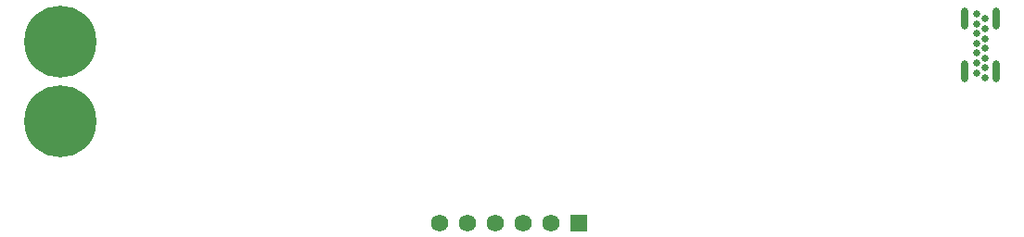
<source format=gbr>
%TF.GenerationSoftware,Altium Limited,Altium Designer,24.10.1 (45)*%
G04 Layer_Color=16711935*
%FSLAX45Y45*%
%MOMM*%
%TF.SameCoordinates,6B7C1C4C-1752-458E-A365-839E3CDA317C*%
%TF.FilePolarity,Negative*%
%TF.FileFunction,Soldermask,Bot*%
%TF.Part,Single*%
G01*
G75*
%TA.AperFunction,ComponentPad*%
%ADD72O,0.68000X1.98000*%
%ADD73C,0.68000*%
%ADD74C,6.58000*%
%ADD75R,1.58000X1.58000*%
%ADD76C,1.58000*%
D72*
X15437000Y7342502D02*
D03*
X15723000D02*
D03*
X15437000Y7824999D02*
D03*
X15723000D02*
D03*
D73*
X15619000Y7284999D02*
D03*
X15541000Y7870000D02*
D03*
Y7780000D02*
D03*
Y7690000D02*
D03*
Y7600000D02*
D03*
Y7509999D02*
D03*
Y7419999D02*
D03*
Y7329999D02*
D03*
X15619000Y7824999D02*
D03*
Y7734999D02*
D03*
Y7644999D02*
D03*
Y7554999D02*
D03*
Y7464999D02*
D03*
Y7374999D02*
D03*
D74*
X7180000Y6884230D02*
D03*
Y7615750D02*
D03*
D75*
X11912000Y5960000D02*
D03*
D76*
X11658000D02*
D03*
X11404000D02*
D03*
X11150000D02*
D03*
X10896000D02*
D03*
X10642000D02*
D03*
%TF.MD5,40167f99e2a3ff509cdcb15059b71a18*%
M02*

</source>
